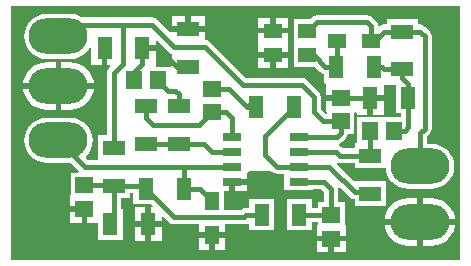
<source format=gtl>
G04 Layer_Physical_Order=1*
G04 Layer_Color=255*
%FSLAX43Y43*%
%MOMM*%
G71*
G01*
G75*
%ADD10R,1.300X1.850*%
%ADD11R,1.500X1.350*%
%ADD12R,1.850X1.300*%
%ADD13O,5.000X3.000*%
%ADD14R,1.350X1.500*%
%ADD15R,1.650X0.650*%
%ADD16R,1.500X1.200*%
%ADD17R,1.200X1.500*%
%ADD18C,0.400*%
G36*
X38000Y0D02*
X0D01*
Y21500D01*
X38000D01*
Y0D01*
D02*
G37*
%LPC*%
G36*
X11350Y4425D02*
X10450D01*
Y3250D01*
X11350D01*
Y4425D01*
D02*
G37*
G36*
X5950Y4040D02*
X4950D01*
Y3115D01*
X5950D01*
Y4040D01*
D02*
G37*
G36*
X12750Y2750D02*
X11850D01*
Y1575D01*
X12750D01*
Y2750D01*
D02*
G37*
G36*
X20000Y6345D02*
X18925D01*
Y5770D01*
X20000D01*
Y6345D01*
D02*
G37*
G36*
X35600Y5210D02*
X34850D01*
Y3450D01*
X37585D01*
X37571Y3592D01*
X37457Y3969D01*
X37271Y4317D01*
X37021Y4621D01*
X36717Y4871D01*
X36369Y5057D01*
X35992Y5171D01*
X35600Y5210D01*
D02*
G37*
G36*
X34350D02*
X33600D01*
X33208Y5171D01*
X32831Y5057D01*
X32483Y4871D01*
X32179Y4621D01*
X31929Y4317D01*
X31743Y3969D01*
X31629Y3592D01*
X31615Y3450D01*
X34350D01*
Y5210D01*
D02*
G37*
G36*
X11350Y2750D02*
X10450D01*
Y1575D01*
X11350D01*
Y2750D01*
D02*
G37*
G36*
X16750Y1800D02*
X15900D01*
Y800D01*
X16750D01*
Y1800D01*
D02*
G37*
G36*
X28350Y1540D02*
X27350D01*
Y615D01*
X28350D01*
Y1540D01*
D02*
G37*
G36*
X26850D02*
X25850D01*
Y615D01*
X26850D01*
Y1540D01*
D02*
G37*
G36*
X37585Y2950D02*
X34850D01*
Y1190D01*
X35600D01*
X35992Y1229D01*
X36369Y1343D01*
X36717Y1529D01*
X37021Y1779D01*
X37271Y2083D01*
X37457Y2431D01*
X37571Y2808D01*
X37585Y2950D01*
D02*
G37*
G36*
X34350D02*
X31615D01*
X31629Y2808D01*
X31743Y2431D01*
X31929Y2083D01*
X32179Y1779D01*
X32483Y1529D01*
X32831Y1343D01*
X33208Y1229D01*
X33600Y1190D01*
X34350D01*
Y2950D01*
D02*
G37*
G36*
X18100Y1800D02*
X17250D01*
Y800D01*
X18100D01*
Y1800D01*
D02*
G37*
G36*
X5000Y20809D02*
X3000D01*
X2628Y20773D01*
X2269Y20664D01*
X1939Y20487D01*
X1650Y20250D01*
X1413Y19961D01*
X1236Y19631D01*
X1128Y19272D01*
X1091Y18900D01*
X1128Y18528D01*
X1236Y18169D01*
X1413Y17839D01*
X1650Y17550D01*
X1939Y17313D01*
X2269Y17136D01*
X2628Y17027D01*
X3000Y16991D01*
X5000D01*
X5372Y17027D01*
X5731Y17136D01*
X6061Y17313D01*
X6350Y17550D01*
X6587Y17839D01*
X6627Y17913D01*
X6750Y17882D01*
Y16475D01*
X7650D01*
Y17900D01*
X8150D01*
Y16475D01*
X8344D01*
X8393Y16358D01*
X8267Y16233D01*
X8135Y16034D01*
X8088Y15800D01*
Y10515D01*
X7375D01*
Y8477D01*
X6488D01*
X6343Y8622D01*
X6349Y8749D01*
X6350Y8750D01*
X6587Y9039D01*
X6764Y9369D01*
X6873Y9728D01*
X6909Y10100D01*
X6873Y10472D01*
X6764Y10831D01*
X6587Y11161D01*
X6350Y11450D01*
X6061Y11687D01*
X5731Y11864D01*
X5372Y11973D01*
X5000Y12009D01*
X3000D01*
X2628Y11973D01*
X2269Y11864D01*
X1939Y11687D01*
X1650Y11450D01*
X1413Y11161D01*
X1236Y10831D01*
X1128Y10472D01*
X1091Y10100D01*
X1128Y9728D01*
X1236Y9369D01*
X1413Y9039D01*
X1650Y8750D01*
X1939Y8513D01*
X2269Y8336D01*
X2628Y8227D01*
X3000Y8191D01*
X5000D01*
X5040Y8195D01*
X5743Y7492D01*
X5690Y7365D01*
X5050D01*
Y5465D01*
X4950D01*
Y4540D01*
X6200D01*
Y4290D01*
X6450D01*
Y3115D01*
X7350D01*
Y1675D01*
X9450D01*
Y4325D01*
X9312D01*
Y5215D01*
X10025D01*
Y5653D01*
X10350D01*
Y4675D01*
X11860D01*
X11993Y4542D01*
X11944Y4425D01*
X11850D01*
Y3250D01*
X12750D01*
Y3619D01*
X12867Y3668D01*
X13367Y3167D01*
X13566Y3035D01*
X13800Y2988D01*
X15900D01*
Y2300D01*
X17000D01*
X18100D01*
Y2988D01*
X19700D01*
X19934Y3035D01*
X20023Y3094D01*
X20150Y3026D01*
Y2475D01*
X22250D01*
Y5125D01*
X20150D01*
Y4412D01*
X19900D01*
X19666Y4365D01*
X19467Y4233D01*
X19447Y4212D01*
X18000D01*
Y5770D01*
X18425D01*
Y6595D01*
X18675D01*
Y6845D01*
X20000D01*
Y7373D01*
X20094Y7500D01*
X22035D01*
X22102Y7432D01*
X22301Y7300D01*
X22535Y7253D01*
X23100D01*
Y5870D01*
X25550D01*
Y5983D01*
X26252D01*
X26478Y5757D01*
Y4865D01*
X25950D01*
Y4412D01*
X25450D01*
Y5125D01*
X23350D01*
Y2475D01*
X25450D01*
Y3188D01*
X25950D01*
Y2965D01*
X25850D01*
Y2040D01*
X27100D01*
X28350D01*
Y2965D01*
X28250D01*
Y4865D01*
X27702D01*
Y6010D01*
X27691Y6064D01*
X27808Y6127D01*
X28667Y5267D01*
X28866Y5135D01*
X29075Y5093D01*
Y4550D01*
X31725D01*
Y6650D01*
X29075D01*
X29075Y6650D01*
Y6650D01*
X28967Y6698D01*
X27558Y8107D01*
X27621Y8224D01*
X27800Y8188D01*
X29075D01*
Y7750D01*
X31706D01*
X31728Y7528D01*
X31836Y7169D01*
X32013Y6839D01*
X32250Y6550D01*
X32539Y6313D01*
X32869Y6136D01*
X33228Y6028D01*
X33600Y5991D01*
X35600D01*
X35972Y6028D01*
X36331Y6136D01*
X36661Y6313D01*
X36950Y6550D01*
X37187Y6839D01*
X37364Y7169D01*
X37473Y7528D01*
X37509Y7900D01*
X37473Y8272D01*
X37364Y8631D01*
X37187Y8961D01*
X36950Y9250D01*
X36661Y9487D01*
X36331Y9664D01*
X35972Y9773D01*
X35600Y9809D01*
X35212D01*
Y10447D01*
X35433Y10667D01*
X35565Y10866D01*
X35612Y11100D01*
Y18900D01*
X35565Y19134D01*
X35433Y19333D01*
X35033Y19733D01*
X34834Y19865D01*
X34600Y19912D01*
X34425D01*
Y20350D01*
X31775D01*
Y19912D01*
X31600D01*
X31366Y19865D01*
X31189Y19747D01*
X31156Y19748D01*
X31123Y19758D01*
X31052Y19797D01*
X31015Y19984D01*
X30883Y20183D01*
X30533Y20533D01*
X30334Y20665D01*
X30100Y20712D01*
X25900D01*
X25666Y20665D01*
X25467Y20533D01*
X25335Y20400D01*
X23900D01*
Y18400D01*
X23900D01*
Y18300D01*
X23900D01*
Y16300D01*
X25735D01*
X26167Y15867D01*
X26366Y15735D01*
X26450Y15718D01*
Y14975D01*
X26561D01*
X26650Y14885D01*
Y13960D01*
X27900D01*
Y13460D01*
X26650D01*
Y12535D01*
X26750D01*
Y12371D01*
X26623Y12342D01*
X26212Y12753D01*
Y13800D01*
X26165Y14034D01*
X26033Y14233D01*
X25033Y15233D01*
X24834Y15365D01*
X24600Y15412D01*
X19853D01*
X16833Y18433D01*
X16634Y18565D01*
X16425Y18607D01*
Y19250D01*
X15000D01*
X13560D01*
X13458Y19207D01*
X12333Y20333D01*
X12134Y20465D01*
X11900Y20512D01*
X6100D01*
X6038Y20499D01*
X5731Y20664D01*
X5372Y20773D01*
X5000Y20809D01*
D02*
G37*
G36*
X21900Y20500D02*
X20900D01*
Y19650D01*
X21900D01*
Y20500D01*
D02*
G37*
G36*
X23400Y19150D02*
X20900D01*
Y18300D01*
Y17550D01*
X22150D01*
X23400D01*
Y18300D01*
Y19150D01*
D02*
G37*
G36*
Y17050D02*
X22400D01*
Y16200D01*
X23400D01*
Y17050D01*
D02*
G37*
G36*
X16425Y20650D02*
X15250D01*
Y19750D01*
X16425D01*
Y20650D01*
D02*
G37*
G36*
X14750D02*
X13575D01*
Y19750D01*
X14750D01*
Y20650D01*
D02*
G37*
G36*
X23400Y20500D02*
X22400D01*
Y19650D01*
X23400D01*
Y20500D01*
D02*
G37*
G36*
X21900Y17050D02*
X20900D01*
Y16200D01*
X21900D01*
Y17050D01*
D02*
G37*
G36*
X6985Y14450D02*
X4250D01*
Y12690D01*
X5000D01*
X5392Y12729D01*
X5769Y12843D01*
X6117Y13029D01*
X6421Y13279D01*
X6671Y13583D01*
X6857Y13931D01*
X6971Y14308D01*
X6985Y14450D01*
D02*
G37*
G36*
X3750D02*
X1015D01*
X1029Y14308D01*
X1143Y13931D01*
X1329Y13583D01*
X1579Y13279D01*
X1883Y13029D01*
X2231Y12843D01*
X2608Y12729D01*
X3000Y12690D01*
X3750D01*
Y14450D01*
D02*
G37*
G36*
Y16710D02*
X3000D01*
X2608Y16671D01*
X2231Y16557D01*
X1883Y16371D01*
X1579Y16121D01*
X1329Y15817D01*
X1143Y15469D01*
X1029Y15092D01*
X1015Y14950D01*
X3750D01*
Y16710D01*
D02*
G37*
G36*
X5000D02*
X4250D01*
Y14950D01*
X6985D01*
X6971Y15092D01*
X6857Y15469D01*
X6671Y15817D01*
X6421Y16121D01*
X6117Y16371D01*
X5769Y16557D01*
X5392Y16671D01*
X5000Y16710D01*
D02*
G37*
%LPD*%
G36*
X32550Y14800D02*
Y12375D01*
X32988D01*
Y12050D01*
X29315D01*
Y9850D01*
X29075D01*
Y9412D01*
X28053D01*
X27898Y9568D01*
X27720Y9687D01*
X27719Y9770D01*
X27733Y9819D01*
X27839Y9840D01*
X28038Y9972D01*
X28333Y10267D01*
X28465Y10466D01*
X28499Y10635D01*
X29050D01*
Y12445D01*
X29093Y12488D01*
X29137Y12504D01*
X29250Y12425D01*
Y12275D01*
X30150D01*
Y13700D01*
X30400D01*
Y13950D01*
X31550D01*
Y14800D01*
X32550D01*
D02*
G37*
G36*
X13367Y17567D02*
X13566Y17435D01*
X13575Y17433D01*
Y16439D01*
X13485Y16350D01*
X12255D01*
X12250Y16475D01*
X12250D01*
Y17650D01*
X11100D01*
Y18150D01*
X12250D01*
Y18519D01*
X12367Y18568D01*
X13367Y17567D01*
D02*
G37*
%LPC*%
G36*
X31550Y13450D02*
X30650D01*
Y12275D01*
X31550D01*
Y13450D01*
D02*
G37*
%LPD*%
D10*
X11600Y3000D02*
D03*
X8400D02*
D03*
X21200Y3800D02*
D03*
X24400D02*
D03*
X11400Y6000D02*
D03*
X14600D02*
D03*
X20700Y12900D02*
D03*
X23900D02*
D03*
X33600Y13700D02*
D03*
X30400D02*
D03*
X27500Y16300D02*
D03*
X30700D02*
D03*
X11100Y17900D02*
D03*
X7900D02*
D03*
D11*
X6200Y4290D02*
D03*
Y6290D02*
D03*
X27100Y1790D02*
D03*
Y3790D02*
D03*
X27900Y13710D02*
D03*
Y11710D02*
D03*
X17000Y12490D02*
D03*
Y14490D02*
D03*
D12*
X8700Y6265D02*
D03*
Y9465D02*
D03*
X11400Y13000D02*
D03*
Y9800D02*
D03*
X30400Y5600D02*
D03*
Y8800D02*
D03*
X14200Y9800D02*
D03*
Y13000D02*
D03*
X33100Y16100D02*
D03*
Y19300D02*
D03*
X15000Y16300D02*
D03*
Y19500D02*
D03*
D13*
X4000Y18900D02*
D03*
Y10100D02*
D03*
Y14700D02*
D03*
X34600Y3200D02*
D03*
Y7900D02*
D03*
D14*
X30390Y10900D02*
D03*
X32390D02*
D03*
X12410Y15200D02*
D03*
X10410D02*
D03*
D15*
X24325Y6595D02*
D03*
Y7865D02*
D03*
Y9135D02*
D03*
Y10405D02*
D03*
X18675Y6595D02*
D03*
Y7865D02*
D03*
Y9135D02*
D03*
Y10405D02*
D03*
D16*
X25050Y17300D02*
D03*
X22150D02*
D03*
X30450Y18500D02*
D03*
X27550D02*
D03*
X22150Y19400D02*
D03*
X25050D02*
D03*
D17*
X17000Y2050D02*
D03*
Y4950D02*
D03*
D18*
X18540Y8000D02*
X18675Y7865D01*
X24325Y9135D02*
X27465D01*
X24400Y3800D02*
X27090D01*
X24325Y6595D02*
X26505D01*
X27090Y6010D01*
Y3800D02*
Y6010D01*
X24325Y7865D02*
X26935D01*
X29100Y5700D01*
X32390Y10900D02*
X33300D01*
X33600Y11200D01*
Y13700D01*
X11400Y9800D02*
X14200D01*
X6200Y6290D02*
X8675D01*
X8700Y6265D01*
X17000Y12490D02*
X18210D01*
X18675Y12025D01*
Y10405D02*
Y12025D01*
X21500Y8900D02*
Y10500D01*
Y8900D02*
X22535Y7865D01*
X24325D01*
X17000Y14490D02*
X18410D01*
X24325Y10405D02*
X27605D01*
X27900Y10700D01*
Y11710D01*
X26390D02*
X27900D01*
X4000Y10100D02*
X6235Y7865D01*
X8700Y3400D02*
Y6265D01*
X19900Y3800D02*
X21200D01*
X13800Y18000D02*
X16400D01*
X11900Y19900D02*
X13800Y18000D01*
X5200Y19000D02*
X6100Y19900D01*
X8700Y9465D02*
Y15800D01*
X9500Y16600D01*
Y19900D01*
X6100D02*
X9500D01*
X11900D01*
X27465Y9135D02*
X27800Y8800D01*
X30400D01*
X29100Y5700D02*
X30300D01*
X30400Y5600D01*
Y8800D02*
Y10890D01*
X30390Y10900D02*
X30400Y10890D01*
X33100Y15400D02*
Y16100D01*
Y15400D02*
X33600Y14900D01*
Y13700D02*
Y14900D01*
X30700Y16300D02*
X31400D01*
X31600Y16100D01*
X33100D01*
X30450Y18500D02*
X30800D01*
X31600Y19300D01*
X33100D01*
X25050Y17300D02*
X25600D01*
X26600Y16300D01*
X27500D01*
X27550Y16350D02*
Y18500D01*
X27500Y16300D02*
X27550Y16350D01*
X25050Y19400D02*
X25200D01*
X30450Y18500D02*
Y19750D01*
X25200Y19400D02*
X25900Y20100D01*
X30100D01*
X30450Y19750D01*
X18410Y14490D02*
X20000Y12900D01*
X20000D01*
X20700Y13600D01*
X21500Y10500D02*
X23900Y12900D01*
X23900D01*
X25600Y12500D02*
X26390Y11710D01*
X25600Y12500D02*
Y13800D01*
X16400Y18000D02*
X19600Y14800D01*
X24600D01*
X25600Y13800D01*
X34600Y7900D02*
Y10700D01*
X35000Y11100D01*
Y18900D01*
X34600Y19300D02*
X35000Y18900D01*
X33100Y19300D02*
X34600D01*
X27900Y13710D02*
X27910Y13700D01*
X30400D01*
X14600Y6000D02*
X15950D01*
X17000Y4950D01*
X11400Y6000D02*
X13800Y3600D01*
X19700D01*
X19900Y3800D01*
X8700Y6265D02*
X11400D01*
X14600Y6000D02*
Y7865D01*
X14600Y7865D02*
X14600Y7865D01*
X6235Y7865D02*
X14600D01*
X18675D01*
X16965Y9135D02*
X18675D01*
X16300Y9800D02*
X16965Y9135D01*
X14200Y9800D02*
X16300D01*
X11400Y12000D02*
Y13000D01*
Y12000D02*
X12000Y11400D01*
X15910D01*
X17000Y12490D01*
X12410Y15200D02*
X13310Y14300D01*
X13900D01*
X14200Y14000D01*
Y13000D02*
Y14000D01*
X14000Y16300D02*
X15000D01*
X12900Y17400D02*
X14000Y16300D01*
X10410Y15200D02*
Y15910D01*
X11100Y16600D01*
Y17900D01*
M02*

</source>
